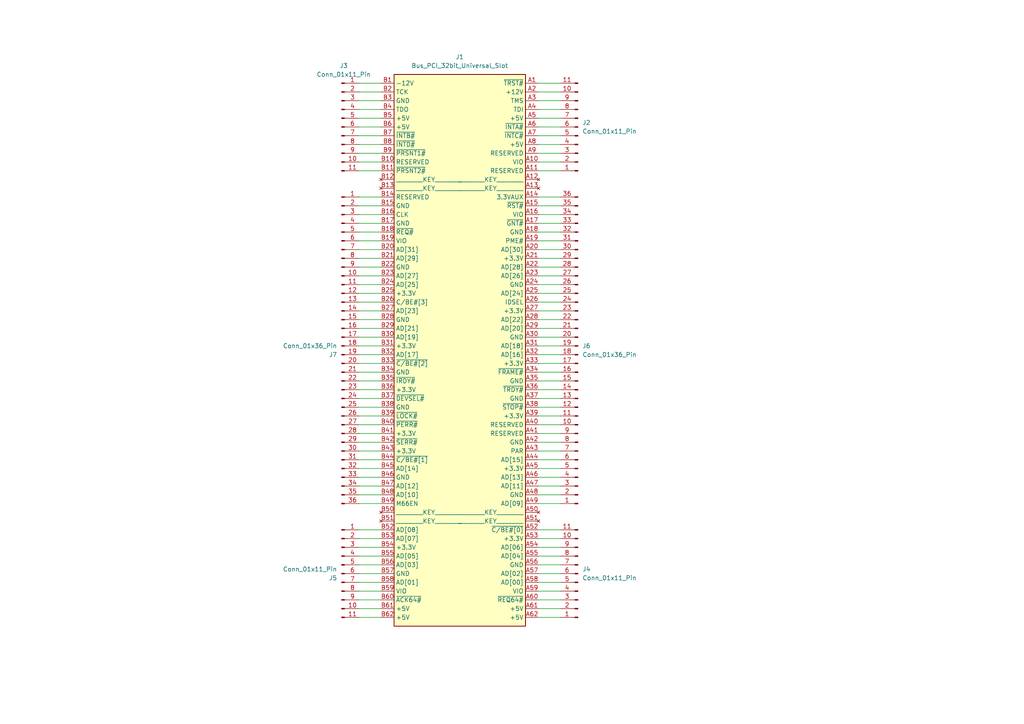
<source format=kicad_sch>
(kicad_sch (version 20250114) (generator "eeschema") (generator_version "9.0")
  (paper "A4")
  (lib_symbols
    (symbol "Connector:Bus_PCI_32bit_Universal"
      (property "Reference" "J1" (at 0 83.82 0))
      (property "Value" "Bus_PCI_32bit_Universal_Slot" (at 0 81.28 0))
      (symbol "Bus_PCI_32bit_Universal_0_1"
        (rectangle (start -19.05 78.74) (end 19.05 -81.28) (stroke (width 0.254)) (fill (type background)))
      )
      (symbol "Bus_PCI_32bit_Universal_1_1"
        (pin power_in line (at -22.86 76.2 0) (length 3.81) (name "-12V") (number "B1"))
        (pin output line (at -22.86 73.66 0) (length 3.81) (name "TCK") (number "B2"))
        (pin power_in line (at -22.86 71.12 0) (length 3.81) (name "GND") (number "B3"))
        (pin input line (at -22.86 68.58 0) (length 3.81) (name "TDO") (number "B4"))
        (pin power_in line (at -22.86 66.04 0) (length 3.81) (name "+5V") (number "B5"))
        (pin power_in line (at -22.86 63.5 0) (length 3.81) (name "+5V") (number "B6"))
        (pin input line (at -22.86 60.96 0) (length 3.81) (name "~{INTB#}") (number "B7"))
        (pin input line (at -22.86 58.42 0) (length 3.81) (name "~{INTD#}") (number "B8"))
        (pin input line (at -22.86 55.88 0) (length 3.81) (name "~{PRSNT1#}") (number "B9"))
        (pin passive line (at -22.86 53.34 0) (length 3.81) (name "RESERVED") (number "B10"))
        (pin input line (at -22.86 50.8 0) (length 3.81) (name "~{PRSNT2#}") (number "B11"))
        (pin no_connect line (at -22.86 48.26 0) (length 3.81) (name "________KEY________") (number "B12"))
        (pin no_connect line (at -22.86 45.72 0) (length 3.81) (name "________KEY________") (number "B13"))
        (pin passive line (at -22.86 43.18 0) (length 3.81) (name "RESERVED") (number "B14"))
        (pin power_in line (at -22.86 40.64 0) (length 3.81) (name "GND") (number "B15"))
        (pin output line (at -22.86 38.1 0) (length 3.81) (name "CLK") (number "B16"))
        (pin power_in line (at -22.86 35.56 0) (length 3.81) (name "GND") (number "B17"))
        (pin bidirectional line (at -22.86 33.02 0) (length 3.81) (name "~{REQ#}") (number "B18"))
        (pin power_in line (at -22.86 30.48 0) (length 3.81) (name "VIO") (number "B19"))
        (pin bidirectional line (at -22.86 27.94 0) (length 3.81) (name "AD[31]") (number "B20"))
        (pin bidirectional line (at -22.86 25.4 0) (length 3.81) (name "AD[29]") (number "B21"))
        (pin power_in line (at -22.86 22.86 0) (length 3.81) (name "GND") (number "B22"))
        (pin bidirectional line (at -22.86 20.32 0) (length 3.81) (name "AD[27]") (number "B23"))
        (pin bidirectional line (at -22.86 17.78 0) (length 3.81) (name "AD[25]") (number "B24"))
        (pin power_in line (at -22.86 15.24 0) (length 3.81) (name "+3.3V") (number "B25"))
        (pin bidirectional line (at -22.86 12.7 0) (length 3.81) (name "C/BE#[3]") (number "B26"))
        (pin bidirectional line (at -22.86 10.16 0) (length 3.81) (name "AD[23]") (number "B27"))
        (pin power_in line (at -22.86 7.62 0) (length 3.81) (name "GND") (number "B28"))
        (pin bidirectional line (at -22.86 5.08 0) (length 3.81) (name "AD[21]") (number "B29"))
        (pin bidirectional line (at -22.86 2.54 0) (length 3.81) (name "AD[19]") (number "B30"))
        (pin power_in line (at -22.86 0 0) (length 3.81) (name "+3.3V") (number "B31"))
        (pin bidirectional line (at -22.86 -2.54 0) (length 3.81) (name "AD[17]") (number "B32"))
        (pin bidirectional line (at -22.86 -5.08 0) (length 3.81) (name "~{C/BE#[2]}") (number "B33"))
        (pin power_in line (at -22.86 -7.62 0) (length 3.81) (name "GND") (number "B34"))
        (pin bidirectional line (at -22.86 -10.16 0) (length 3.81) (name "~{IRDY#}") (number "B35"))
        (pin power_in line (at -22.86 -12.7 0) (length 3.81) (name "+3.3V") (number "B36"))
        (pin bidirectional line (at -22.86 -15.24 0) (length 3.81) (name "~{DEVSEL#}") (number "B37"))
        (pin power_in line (at -22.86 -17.78 0) (length 3.81) (name "GND") (number "B38"))
        (pin bidirectional line (at -22.86 -20.32 0) (length 3.81) (name "~{LOCK#}") (number "B39"))
        (pin bidirectional line (at -22.86 -22.86 0) (length 3.81) (name "~{PERR#}") (number "B40"))
        (pin power_in line (at -22.86 -25.4 0) (length 3.81) (name "+3.3V") (number "B41"))
        (pin input line (at -22.86 -27.94 0) (length 3.81) (name "~{SERR#}") (number "B42"))
        (pin power_in line (at -22.86 -30.48 0) (length 3.81) (name "+3.3V") (number "B43"))
        (pin bidirectional line (at -22.86 -33.02 0) (length 3.81) (name "~{C/BE#[1]}") (number "B44"))
        (pin bidirectional line (at -22.86 -35.56 0) (length 3.81) (name "AD[14]") (number "B45"))
        (pin power_in line (at -22.86 -38.1 0) (length 3.81) (name "GND") (number "B46"))
        (pin bidirectional line (at -22.86 -40.64 0) (length 3.81) (name "AD[12]") (number "B47"))
        (pin bidirectional line (at -22.86 -43.18 0) (length 3.81) (name "AD[10]") (number "B48"))
        (pin power_in line (at -22.86 -45.72 0) (length 3.81) (name "M66EN") (number "B49"))
        (pin no_connect line (at -22.86 -48.26 0) (length 3.81) (name "________KEY________") (number "B50"))
        (pin no_connect line (at -22.86 -50.8 0) (length 3.81) (name "________KEY________") (number "B51"))
        (pin bidirectional line (at -22.86 -53.34 0) (length 3.81) (name "AD[08]") (number "B52"))
        (pin bidirectional line (at -22.86 -55.88 0) (length 3.81) (name "AD[07]") (number "B53"))
        (pin input line (at -22.86 -58.42 0) (length 3.81) (name "+3.3V") (number "B54"))
        (pin bidirectional line (at -22.86 -60.96 0) (length 3.81) (name "AD[05]") (number "B55"))
        (pin bidirectional line (at -22.86 -63.5 0) (length 3.81) (name "AD[03]") (number "B56"))
        (pin power_in line (at -22.86 -66.04 0) (length 3.81) (name "GND") (number "B57"))
        (pin bidirectional line (at -22.86 -68.58 0) (length 3.81) (name "AD[01]") (number "B58"))
        (pin power_in line (at -22.86 -71.12 0) (length 3.81) (name "VIO") (number "B59"))
        (pin bidirectional line (at -22.86 -73.66 0) (length 3.81) (name "~{ACK64#}") (number "B60"))
        (pin power_in line (at -22.86 -76.2 0) (length 3.81) (name "+5V") (number "B61"))
        (pin power_in line (at -22.86 -78.74 0) (length 3.81) (name "+5V") (number "B62"))
        (pin output line (at 22.86 76.2 180) (length 3.81) (name "~{TRST#}") (number "A1"))
        (pin power_in line (at 22.86 73.66 180) (length 3.81) (name "+12V") (number "A2"))
        (pin output line (at 22.86 71.12 180) (length 3.81) (name "TMS") (number "A3"))
        (pin output line (at 22.86 68.58 180) (length 3.81) (name "TDI") (number "A4"))
        (pin power_in line (at 22.86 66.04 180) (length 3.81) (name "+5V") (number "A5"))
        (pin input line (at 22.86 63.5 180) (length 3.81) (name "~{INTA#}") (number "A6"))
        (pin input line (at 22.86 60.96 180) (length 3.81) (name "~{INTC#}") (number "A7"))
        (pin power_in line (at 22.86 58.42 180) (length 3.81) (name "+5V") (number "A8"))
        (pin passive line (at 22.86 55.88 180) (length 3.81) (name "RESERVED") (number "A9"))
        (pin power_in line (at 22.86 53.34 180) (length 3.81) (name "VIO") (number "A10"))
        (pin passive line (at 22.86 50.8 180) (length 3.81) (name "RESERVED") (number "A11"))
        (pin no_connect line (at 22.86 48.26 180) (length 3.81) (name "________KEY________") (number "A12"))
        (pin no_connect line (at 22.86 45.72 180) (length 3.81) (name "________KEY________") (number "A13"))
        (pin passive line (at 22.86 43.18 180) (length 3.81) (name "3.3VAUX") (number "A14"))
        (pin output line (at 22.86 40.64 180) (length 3.81) (name "~{RST#}") (number "A15"))
        (pin power_in line (at 22.86 38.1 180) (length 3.81) (name "VIO") (number "A16"))
        (pin bidirectional line (at 22.86 35.56 180) (length 3.81) (name "~{GNT#}") (number "A17"))
        (pin power_in line (at 22.86 33.02 180) (length 3.81) (name "GND") (number "A18"))
        (pin passive line (at 22.86 30.48 180) (length 3.81) (name "PME#") (number "A19"))
        (pin bidirectional line (at 22.86 27.94 180) (length 3.81) (name "AD[30]") (number "A20"))
        (pin power_in line (at 22.86 25.4 180) (length 3.81) (name "+3.3V") (number "A21"))
        (pin bidirectional line (at 22.86 22.86 180) (length 3.81) (name "AD[28]") (number "A22"))
        (pin bidirectional line (at 22.86 20.32 180) (length 3.81) (name "AD[26]") (number "A23"))
        (pin power_in line (at 22.86 17.78 180) (length 3.81) (name "GND") (number "A24"))
        (pin bidirectional line (at 22.86 15.24 180) (length 3.81) (name "AD[24]") (number "A25"))
        (pin output line (at 22.86 12.7 180) (length 3.81) (name "IDSEL") (number "A26"))
        (pin power_in line (at 22.86 10.16 180) (length 3.81) (name "+3.3V") (number "A27"))
        (pin bidirectional line (at 22.86 7.62 180) (length 3.81) (name "AD[22]") (number "A28"))
        (pin bidirectional line (at 22.86 5.08 180) (length 3.81) (name "AD[20]") (number "A29"))
        (pin power_in line (at 22.86 2.54 180) (length 3.81) (name "GND") (number "A30"))
        (pin bidirectional line (at 22.86 0 180) (length 3.81) (name "AD[18]") (number "A31"))
        (pin bidirectional line (at 22.86 -2.54 180) (length 3.81) (name "AD[16]") (number "A32"))
        (pin power_in line (at 22.86 -5.08 180) (length 3.81) (name "+3.3V") (number "A33"))
        (pin bidirectional line (at 22.86 -7.62 180) (length 3.81) (name "~{FRAME#}") (number "A34"))
        (pin power_in line (at 22.86 -10.16 180) (length 3.81) (name "GND") (number "A35"))
        (pin bidirectional line (at 22.86 -12.7 180) (length 3.81) (name "~{TRDY#}") (number "A36"))
        (pin power_in line (at 22.86 -15.24 180) (length 3.81) (name "GND") (number "A37"))
        (pin bidirectional line (at 22.86 -17.78 180) (length 3.81) (name "~{STOP#}") (number "A38"))
        (pin power_in line (at 22.86 -20.32 180) (length 3.81) (name "+3.3V") (number "A39"))
        (pin bidirectional line (at 22.86 -22.86 180) (length 3.81) (name "RESERVED") (number "A40"))
        (pin bidirectional line (at 22.86 -25.4 180) (length 3.81) (name "RESERVED") (number "A41"))
        (pin power_in line (at 22.86 -27.94 180) (length 3.81) (name "GND") (number "A42"))
        (pin bidirectional line (at 22.86 -30.48 180) (length 3.81) (name "PAR") (number "A43"))
        (pin bidirectional line (at 22.86 -33.02 180) (length 3.81) (name "AD[15]") (number "A44"))
        (pin power_in line (at 22.86 -35.56 180) (length 3.81) (name "+3.3V") (number "A45"))
        (pin bidirectional line (at 22.86 -38.1 180) (length 3.81) (name "AD[13]") (number "A46"))
        (pin bidirectional line (at 22.86 -40.64 180) (length 3.81) (name "AD[11]") (number "A47"))
        (pin power_in line (at 22.86 -43.18 180) (length 3.81) (name "GND") (number "A48"))
        (pin bidirectional line (at 22.86 -45.72 180) (length 3.81) (name "AD[09]") (number "A49"))
        (pin no_connect line (at 22.86 -48.26 180) (length 3.81) (name "________KEY________") (number "A50"))
        (pin no_connect line (at 22.86 -50.8 180) (length 3.81) (name "________KEY________") (number "A51"))
        (pin bidirectional line (at 22.86 -53.34 180) (length 3.81) (name "~{C/BE#[0]}") (number "A52"))
        (pin power_in line (at 22.86 -55.88 180) (length 3.81) (name "+3.3V") (number "A53"))
        (pin bidirectional line (at 22.86 -58.42 180) (length 3.81) (name "AD[06]") (number "A54"))
        (pin bidirectional line (at 22.86 -60.96 180) (length 3.81) (name "AD[04]") (number "A55"))
        (pin power_in line (at 22.86 -63.5 180) (length 3.81) (name "GND") (number "A56"))
        (pin bidirectional line (at 22.86 -66.04 180) (length 3.81) (name "AD[02]") (number "A57"))
        (pin bidirectional line (at 22.86 -68.58 180) (length 3.81) (name "AD[00]") (number "A58"))
        (pin power_in line (at 22.86 -71.12 180) (length 3.81) (name "VIO") (number "A59"))
        (pin bidirectional line (at 22.86 -73.66 180) (length 3.81) (name "~{REQ64#}") (number "A60"))
        (pin power_in line (at 22.86 -76.2 180) (length 3.81) (name "+5V") (number "A61"))
        (pin power_in line (at 22.86 -78.74 180) (length 3.81) (name "+5V") (number "A62"))
      )
    )
    (symbol "Connector:Conn_01x11_Pin" (pin_names (offset 1.016) (hide yes))
      (property "Reference" "J" (at 0 15.24 0))
      (property "Value" "Conn_01x11_Pin" (at 0 -15.24 0))
      (symbol "Conn_01x11_Pin_1_1"
        (rectangle (start 0.8636 12.827) (end 0 12.573) (stroke (width 0.1524)) (fill (type outline)))
        (rectangle (start 0.8636 10.287) (end 0 10.033) (stroke (width 0.1524)) (fill (type outline)))
        (rectangle (start 0.8636 7.747) (end 0 7.493) (stroke (width 0.1524)) (fill (type outline)))
        (rectangle (start 0.8636 5.207) (end 0 4.953) (stroke (width 0.1524)) (fill (type outline)))
        (rectangle (start 0.8636 2.667) (end 0 2.413) (stroke (width 0.1524)) (fill (type outline)))
        (rectangle (start 0.8636 0.127) (end 0 -0.127) (stroke (width 0.1524)) (fill (type outline)))
        (rectangle (start 0.8636 -2.413) (end 0 -2.667) (stroke (width 0.1524)) (fill (type outline)))
        (rectangle (start 0.8636 -4.953) (end 0 -5.207) (stroke (width 0.1524)) (fill (type outline)))
        (rectangle (start 0.8636 -7.493) (end 0 -7.747) (stroke (width 0.1524)) (fill (type outline)))
        (rectangle (start 0.8636 -10.033) (end 0 -10.287) (stroke (width 0.1524)) (fill (type outline)))
        (rectangle (start 0.8636 -12.573) (end 0 -12.827) (stroke (width 0.1524)) (fill (type outline)))
        (polyline (pts (xy 1.27 12.7) (xy 0.8636 12.7)) (stroke (width 0.1524)))
        (polyline (pts (xy 1.27 10.16) (xy 0.8636 10.16)) (stroke (width 0.1524)))
        (polyline (pts (xy 1.27 7.62) (xy 0.8636 7.62)) (stroke (width 0.1524)))
        (polyline (pts (xy 1.27 5.08) (xy 0.8636 5.08)) (stroke (width 0.1524)))
        (polyline (pts (xy 1.27 2.54) (xy 0.8636 2.54)) (stroke (width 0.1524)))
        (polyline (pts (xy 1.27 0) (xy 0.8636 0)) (stroke (width 0.1524)))
        (polyline (pts (xy 1.27 -2.54) (xy 0.8636 -2.54)) (stroke (width 0.1524)))
        (polyline (pts (xy 1.27 -5.08) (xy 0.8636 -5.08)) (stroke (width 0.1524)))
        (polyline (pts (xy 1.27 -7.62) (xy 0.8636 -7.62)) (stroke (width 0.1524)))
        (polyline (pts (xy 1.27 -10.16) (xy 0.8636 -10.16)) (stroke (width 0.1524)))
        (polyline (pts (xy 1.27 -12.7) (xy 0.8636 -12.7)) (stroke (width 0.1524)))
        (pin passive line (at 5.08 12.7 180) (length 3.81) (name "Pin_1") (number "1"))
        (pin passive line (at 5.08 10.16 180) (length 3.81) (name "Pin_2") (number "2"))
        (pin passive line (at 5.08 7.62 180) (length 3.81) (name "Pin_3") (number "3"))
        (pin passive line (at 5.08 5.08 180) (length 3.81) (name "Pin_4") (number "4"))
        (pin passive line (at 5.08 2.54 180) (length 3.81) (name "Pin_5") (number "5"))
        (pin passive line (at 5.08 0 180) (length 3.81) (name "Pin_6") (number "6"))
        (pin passive line (at 5.08 -2.54 180) (length 3.81) (name "Pin_7") (number "7"))
        (pin passive line (at 5.08 -5.08 180) (length 3.81) (name "Pin_8") (number "8"))
        (pin passive line (at 5.08 -7.62 180) (length 3.81) (name "Pin_9") (number "9"))
        (pin passive line (at 5.08 -10.16 180) (length 3.81) (name "Pin_10") (number "10"))
        (pin passive line (at 5.08 -12.7 180) (length 3.81) (name "Pin_11") (number "11"))
      )
    )
    (symbol "Connector:Conn_01x36_Pin" (pin_names (offset 1.016) (hide yes))
      (property "Reference" "J" (at 0 45.72 0))
      (property "Value" "Conn_01x36_Pin" (at 0 -48.26 0))
      (symbol "Conn_01x36_Pin_1_1"
        (rectangle (start 0.8636 43.307) (end 0 43.053) (stroke (width 0.1524)) (fill (type outline)))
        (rectangle (start 0.8636 40.767) (end 0 40.513) (stroke (width 0.1524)) (fill (type outline)))
        (rectangle (start 0.8636 38.227) (end 0 37.973) (stroke (width 0.1524)) (fill (type outline)))
        (rectangle (start 0.8636 35.687) (end 0 35.433) (stroke (width 0.1524)) (fill (type outline)))
        (rectangle (start 0.8636 33.147) (end 0 32.893) (stroke (width 0.1524)) (fill (type outline)))
        (rectangle (start 0.8636 30.607) (end 0 30.353) (stroke (width 0.1524)) (fill (type outline)))
        (rectangle (start 0.8636 28.067) (end 0 27.813) (stroke (width 0.1524)) (fill (type outline)))
        (rectangle (start 0.8636 25.527) (end 0 25.273) (stroke (width 0.1524)) (fill (type outline)))
        (rectangle (start 0.8636 22.987) (end 0 22.733) (stroke (width 0.1524)) (fill (type outline)))
        (rectangle (start 0.8636 20.447) (end 0 20.193) (stroke (width 0.1524)) (fill (type outline)))
        (rectangle (start 0.8636 17.907) (end 0 17.653) (stroke (width 0.1524)) (fill (type outline)))
        (rectangle (start 0.8636 15.367) (end 0 15.113) (stroke (width 0.1524)) (fill (type outline)))
        (rectangle (start 0.8636 12.827) (end 0 12.573) (stroke (width 0.1524)) (fill (type outline)))
        (rectangle (start 0.8636 10.287) (end 0 10.033) (stroke (width 0.1524)) (fill (type outline)))
        (rectangle (start 0.8636 7.747) (end 0 7.493) (stroke (width 0.1524)) (fill (type outline)))
        (rectangle (start 0.8636 5.207) (end 0 4.953) (stroke (width 0.1524)) (fill (type outline)))
        (rectangle (start 0.8636 2.667) (end 0 2.413) (stroke (width 0.1524)) (fill (type outline)))
        (rectangle (start 0.8636 0.127) (end 0 -0.127) (stroke (width 0.1524)) (fill (type outline)))
        (rectangle (start 0.8636 -2.413) (end 0 -2.667) (stroke (width 0.1524)) (fill (type outline)))
        (rectangle (start 0.8636 -4.953) (end 0 -5.207) (stroke (width 0.1524)) (fill (type outline)))
        (rectangle (start 0.8636 -7.493) (end 0 -7.747) (stroke (width 0.1524)) (fill (type outline)))
        (rectangle (start 0.8636 -10.033) (end 0 -10.287) (stroke (width 0.1524)) (fill (type outline)))
        (rectangle (start 0.8636 -12.573) (end 0 -12.827) (stroke (width 0.1524)) (fill (type outline)))
        (rectangle (start 0.8636 -15.113) (end 0 -15.367) (stroke (width 0.1524)) (fill (type outline)))
        (rectangle (start 0.8636 -17.653) (end 0 -17.907) (stroke (width 0.1524)) (fill (type outline)))
        (rectangle (start 0.8636 -20.193) (end 0 -20.447) (stroke (width 0.1524)) (fill (type outline)))
        (rectangle (start 0.8636 -22.733) (end 0 -22.987) (stroke (width 0.1524)) (fill (type outline)))
        (rectangle (start 0.8636 -25.273) (end 0 -25.527) (stroke (width 0.1524)) (fill (type outline)))
        (rectangle (start 0.8636 -27.813) (end 0 -28.067) (stroke (width 0.1524)) (fill (type outline)))
        (rectangle (start 0.8636 -30.353) (end 0 -30.607) (stroke (width 0.1524)) (fill (type outline)))
        (rectangle (start 0.8636 -32.893) (end 0 -33.147) (stroke (width 0.1524)) (fill (type outline)))
        (rectangle (start 0.8636 -35.433) (end 0 -35.687) (stroke (width 0.1524)) (fill (type outline)))
        (rectangle (start 0.8636 -37.973) (end 0 -38.227) (stroke (width 0.1524)) (fill (type outline)))
        (rectangle (start 0.8636 -40.513) (end 0 -40.767) (stroke (width 0.1524)) (fill (type outline)))
        (rectangle (start 0.8636 -43.053) (end 0 -43.307) (stroke (width 0.1524)) (fill (type outline)))
        (rectangle (start 0.8636 -45.593) (end 0 -45.847) (stroke (width 0.1524)) (fill (type outline)))
        (polyline (pts (xy 1.27 43.18) (xy 0.8636 43.18)) (stroke (width 0.1524)))
        (polyline (pts (xy 1.27 40.64) (xy 0.8636 40.64)) (stroke (width 0.1524)))
        (polyline (pts (xy 1.27 38.1) (xy 0.8636 38.1)) (stroke (width 0.1524)))
        (polyline (pts (xy 1.27 35.56) (xy 0.8636 35.56)) (stroke (width 0.1524)))
        (polyline (pts (xy 1.27 33.02) (xy 0.8636 33.02)) (stroke (width 0.1524)))
        (polyline (pts (xy 1.27 30.48) (xy 0.8636 30.48)) (stroke (width 0.1524)))
        (polyline (pts (xy 1.27 27.94) (xy 0.8636 27.94)) (stroke (width 0.1524)))
        (polyline (pts (xy 1.27 25.4) (xy 0.8636 25.4)) (stroke (width 0.1524)))
        (polyline (pts (xy 1.27 22.86) (xy 0.8636 22.86)) (stroke (width 0.1524)))
        (polyline (pts (xy 1.27 20.32) (xy 0.8636 20.32)) (stroke (width 0.1524)))
        (polyline (pts (xy 1.27 17.78) (xy 0.8636 17.78)) (stroke (width 0.1524)))
        (polyline (pts (xy 1.27 15.24) (xy 0.8636 15.24)) (stroke (width 0.1524)))
        (polyline (pts (xy 1.27 12.7) (xy 0.8636 12.7)) (stroke (width 0.1524)))
        (polyline (pts (xy 1.27 10.16) (xy 0.8636 10.16)) (stroke (width 0.1524)))
        (polyline (pts (xy 1.27 7.62) (xy 0.8636 7.62)) (stroke (width 0.1524)))
        (polyline (pts (xy 1.27 5.08) (xy 0.8636 5.08)) (stroke (width 0.1524)))
        (polyline (pts (xy 1.27 2.54) (xy 0.8636 2.54)) (stroke (width 0.1524)))
        (polyline (pts (xy 1.27 0) (xy 0.8636 0)) (stroke (width 0.1524)))
        (polyline (pts (xy 1.27 -2.54) (xy 0.8636 -2.54)) (stroke (width 0.1524)))
        (polyline (pts (xy 1.27 -5.08) (xy 0.8636 -5.08)) (stroke (width 0.1524)))
        (polyline (pts (xy 1.27 -7.62) (xy 0.8636 -7.62)) (stroke (width 0.1524)))
        (polyline (pts (xy 1.27 -10.16) (xy 0.8636 -10.16)) (stroke (width 0.1524)))
        (polyline (pts (xy 1.27 -12.7) (xy 0.8636 -12.7)) (stroke (width 0.1524)))
        (polyline (pts (xy 1.27 -15.24) (xy 0.8636 -15.24)) (stroke (width 0.1524)))
        (polyline (pts (xy 1.27 -17.78) (xy 0.8636 -17.78)) (stroke (width 0.1524)))
        (polyline (pts (xy 1.27 -20.32) (xy 0.8636 -20.32)) (stroke (width 0.1524)))
        (polyline (pts (xy 1.27 -22.86) (xy 0.8636 -22.86)) (stroke (width 0.1524)))
        (polyline (pts (xy 1.27 -25.4) (xy 0.8636 -25.4)) (stroke (width 0.1524)))
        (polyline (pts (xy 1.27 -27.94) (xy 0.8636 -27.94)) (stroke (width 0.1524)))
        (polyline (pts (xy 1.27 -30.48) (xy 0.8636 -30.48)) (stroke (width 0.1524)))
        (polyline (pts (xy 1.27 -33.02) (xy 0.8636 -33.02)) (stroke (width 0.1524)))
        (polyline (pts (xy 1.27 -35.56) (xy 0.8636 -35.56)) (stroke (width 0.1524)))
        (polyline (pts (xy 1.27 -38.1) (xy 0.8636 -38.1)) (stroke (width 0.1524)))
        (polyline (pts (xy 1.27 -40.64) (xy 0.8636 -40.64)) (stroke (width 0.1524)))
        (polyline (pts (xy 1.27 -43.18) (xy 0.8636 -43.18)) (stroke (width 0.1524)))
        (polyline (pts (xy 1.27 -45.72) (xy 0.8636 -45.72)) (stroke (width 0.1524)))
        (pin passive line (at 5.08 43.18 180) (length 3.81) (name "Pin_1") (number "1"))
        (pin passive line (at 5.08 40.64 180) (length 3.81) (name "Pin_2") (number "2"))
        (pin passive line (at 5.08 38.1 180) (length 3.81) (name "Pin_3") (number "3"))
        (pin passive line (at 5.08 35.56 180) (length 3.81) (name "Pin_4") (number "4"))
        (pin passive line (at 5.08 33.02 180) (length 3.81) (name "Pin_5") (number "5"))
        (pin passive line (at 5.08 30.48 180) (length 3.81) (name "Pin_6") (number "6"))
        (pin passive line (at 5.08 27.94 180) (length 3.81) (name "Pin_7") (number "7"))
        (pin passive line (at 5.08 25.4 180) (length 3.81) (name "Pin_8") (number "8"))
        (pin passive line (at 5.08 22.86 180) (length 3.81) (name "Pin_9") (number "9"))
        (pin passive line (at 5.08 20.32 180) (length 3.81) (name "Pin_10") (number "10"))
        (pin passive line (at 5.08 17.78 180) (length 3.81) (name "Pin_11") (number "11"))
        (pin passive line (at 5.08 15.24 180) (length 3.81) (name "Pin_12") (number "12"))
        (pin passive line (at 5.08 12.7 180) (length 3.81) (name "Pin_13") (number "13"))
        (pin passive line (at 5.08 10.16 180) (length 3.81) (name "Pin_14") (number "14"))
        (pin passive line (at 5.08 7.62 180) (length 3.81) (name "Pin_15") (number "15"))
        (pin passive line (at 5.08 5.08 180) (length 3.81) (name "Pin_16") (number "16"))
        (pin passive line (at 5.08 2.54 180) (length 3.81) (name "Pin_17") (number "17"))
        (pin passive line (at 5.08 0 180) (length 3.81) (name "Pin_18") (number "18"))
        (pin passive line (at 5.08 -2.54 180) (length 3.81) (name "Pin_19") (number "19"))
        (pin passive line (at 5.08 -5.08 180) (length 3.81) (name "Pin_20") (number "20"))
        (pin passive line (at 5.08 -7.62 180) (length 3.81) (name "Pin_21") (number "21"))
        (pin passive line (at 5.08 -10.16 180) (length 3.81) (name "Pin_22") (number "22"))
        (pin passive line (at 5.08 -12.7 180) (length 3.81) (name "Pin_23") (number "23"))
        (pin passive line (at 5.08 -15.24 180) (length 3.81) (name "Pin_24") (number "24"))
        (pin passive line (at 5.08 -17.78 180) (length 3.81) (name "Pin_25") (number "25"))
        (pin passive line (at 5.08 -20.32 180) (length 3.81) (name "Pin_26") (number "26"))
        (pin passive line (at 5.08 -22.86 180) (length 3.81) (name "Pin_27") (number "27"))
        (pin passive line (at 5.08 -25.4 180) (length 3.81) (name "Pin_28") (number "28"))
        (pin passive line (at 5.08 -27.94 180) (length 3.81) (name "Pin_29") (number "29"))
        (pin passive line (at 5.08 -30.48 180) (length 3.81) (name "Pin_30") (number "30"))
        (pin passive line (at 5.08 -33.02 180) (length 3.81) (name "Pin_31") (number "31"))
        (pin passive line (at 5.08 -35.56 180) (length 3.81) (name "Pin_32") (number "32"))
        (pin passive line (at 5.08 -38.1 180) (length 3.81) (name "Pin_33") (number "33"))
        (pin passive line (at 5.08 -40.64 180) (length 3.81) (name "Pin_34") (number "34"))
        (pin passive line (at 5.08 -43.18 180) (length 3.81) (name "Pin_35") (number "35"))
        (pin passive line (at 5.08 -45.72 180) (length 3.81) (name "Pin_36") (number "36"))
      )
    )
  )
  (wire (pts (xy 104.14 163.83) (xy 110.49 163.83)))
  (wire (pts (xy 104.14 90.17) (xy 110.49 90.17)))
  (wire (pts (xy 162.56 105.41) (xy 156.21 105.41)))
  (wire (pts (xy 162.56 113.03) (xy 156.21 113.03)))
  (wire (pts (xy 162.56 110.49) (xy 156.21 110.49)))
  (wire (pts (xy 162.56 173.99) (xy 156.21 173.99)))
  (wire (pts (xy 104.14 130.81) (xy 110.49 130.81)))
  (wire (pts (xy 104.14 105.41) (xy 110.49 105.41)))
  (wire (pts (xy 104.14 138.43) (xy 110.49 138.43)))
  (wire (pts (xy 162.56 156.21) (xy 156.21 156.21)))
  (wire (pts (xy 162.56 166.37) (xy 156.21 166.37)))
  (wire (pts (xy 162.56 46.99) (xy 156.21 46.99)))
  (wire (pts (xy 104.14 166.37) (xy 110.49 166.37)))
  (wire (pts (xy 104.14 179.07) (xy 110.49 179.07)))
  (wire (pts (xy 104.14 46.99) (xy 110.49 46.99)))
  (wire (pts (xy 162.56 102.87) (xy 156.21 102.87)))
  (wire (pts (xy 104.14 24.13) (xy 110.49 24.13)))
  (wire (pts (xy 162.56 163.83) (xy 156.21 163.83)))
  (wire (pts (xy 162.56 143.51) (xy 156.21 143.51)))
  (wire (pts (xy 104.14 97.79) (xy 110.49 97.79)))
  (wire (pts (xy 162.56 97.79) (xy 156.21 97.79)))
  (wire (pts (xy 104.14 171.45) (xy 110.49 171.45)))
  (wire (pts (xy 162.56 176.53) (xy 156.21 176.53)))
  (wire (pts (xy 162.56 168.91) (xy 156.21 168.91)))
  (wire (pts (xy 162.56 138.43) (xy 156.21 138.43)))
  (wire (pts (xy 162.56 62.23) (xy 156.21 62.23)))
  (wire (pts (xy 104.14 31.75) (xy 110.49 31.75)))
  (wire (pts (xy 104.14 87.63) (xy 110.49 87.63)))
  (wire (pts (xy 104.14 74.93) (xy 110.49 74.93)))
  (wire (pts (xy 162.56 158.75) (xy 156.21 158.75)))
  (wire (pts (xy 104.14 34.29) (xy 110.49 34.29)))
  (wire (pts (xy 162.56 36.83) (xy 156.21 36.83)))
  (wire (pts (xy 104.14 39.37) (xy 110.49 39.37)))
  (wire (pts (xy 104.14 100.33) (xy 110.49 100.33)))
  (wire (pts (xy 104.14 57.15) (xy 110.49 57.15)))
  (wire (pts (xy 104.14 110.49) (xy 110.49 110.49)))
  (wire (pts (xy 162.56 31.75) (xy 156.21 31.75)))
  (wire (pts (xy 104.14 120.65) (xy 110.49 120.65)))
  (wire (pts (xy 104.14 125.73) (xy 110.49 125.73)))
  (wire (pts (xy 162.56 179.07) (xy 156.21 179.07)))
  (wire (pts (xy 104.14 128.27) (xy 110.49 128.27)))
  (wire (pts (xy 104.14 67.31) (xy 110.49 67.31)))
  (wire (pts (xy 104.14 133.35) (xy 110.49 133.35)))
  (wire (pts (xy 162.56 87.63) (xy 156.21 87.63)))
  (wire (pts (xy 162.56 125.73) (xy 156.21 125.73)))
  (wire (pts (xy 104.14 146.05) (xy 110.49 146.05)))
  (wire (pts (xy 162.56 123.19) (xy 156.21 123.19)))
  (wire (pts (xy 104.14 173.99) (xy 110.49 173.99)))
  (wire (pts (xy 104.14 64.77) (xy 110.49 64.77)))
  (wire (pts (xy 104.14 29.21) (xy 110.49 29.21)))
  (wire (pts (xy 104.14 123.19) (xy 110.49 123.19)))
  (wire (pts (xy 162.56 135.89) (xy 156.21 135.89)))
  (wire (pts (xy 104.14 95.25) (xy 110.49 95.25)))
  (wire (pts (xy 104.14 113.03) (xy 110.49 113.03)))
  (wire (pts (xy 162.56 80.01) (xy 156.21 80.01)))
  (wire (pts (xy 162.56 161.29) (xy 156.21 161.29)))
  (wire (pts (xy 104.14 115.57) (xy 110.49 115.57)))
  (wire (pts (xy 104.14 85.09) (xy 110.49 85.09)))
  (wire (pts (xy 104.14 168.91) (xy 110.49 168.91)))
  (wire (pts (xy 104.14 161.29) (xy 110.49 161.29)))
  (wire (pts (xy 162.56 57.15) (xy 156.21 57.15)))
  (wire (pts (xy 162.56 29.21) (xy 156.21 29.21)))
  (wire (pts (xy 162.56 44.45) (xy 156.21 44.45)))
  (wire (pts (xy 104.14 118.11) (xy 110.49 118.11)))
  (wire (pts (xy 104.14 41.91) (xy 110.49 41.91)))
  (wire (pts (xy 162.56 77.47) (xy 156.21 77.47)))
  (wire (pts (xy 104.14 80.01) (xy 110.49 80.01)))
  (wire (pts (xy 162.56 67.31) (xy 156.21 67.31)))
  (wire (pts (xy 104.14 92.71) (xy 110.49 92.71)))
  (wire (pts (xy 162.56 107.95) (xy 156.21 107.95)))
  (wire (pts (xy 162.56 118.11) (xy 156.21 118.11)))
  (wire (pts (xy 104.14 135.89) (xy 110.49 135.89)))
  (wire (pts (xy 162.56 90.17) (xy 156.21 90.17)))
  (wire (pts (xy 104.14 102.87) (xy 110.49 102.87)))
  (wire (pts (xy 162.56 95.25) (xy 156.21 95.25)))
  (wire (pts (xy 104.14 59.69) (xy 110.49 59.69)))
  (wire (pts (xy 104.14 69.85) (xy 110.49 69.85)))
  (wire (pts (xy 104.14 44.45) (xy 110.49 44.45)))
  (wire (pts (xy 162.56 128.27) (xy 156.21 128.27)))
  (wire (pts (xy 162.56 26.67) (xy 156.21 26.67)))
  (wire (pts (xy 104.14 107.95) (xy 110.49 107.95)))
  (wire (pts (xy 162.56 171.45) (xy 156.21 171.45)))
  (wire (pts (xy 162.56 115.57) (xy 156.21 115.57)))
  (wire (pts (xy 162.56 133.35) (xy 156.21 133.35)))
  (wire (pts (xy 162.56 41.91) (xy 156.21 41.91)))
  (wire (pts (xy 162.56 92.71) (xy 156.21 92.71)))
  (wire (pts (xy 162.56 59.69) (xy 156.21 59.69)))
  (wire (pts (xy 162.56 64.77) (xy 156.21 64.77)))
  (wire (pts (xy 162.56 24.13) (xy 156.21 24.13)))
  (wire (pts (xy 104.14 176.53) (xy 110.49 176.53)))
  (wire (pts (xy 104.14 140.97) (xy 110.49 140.97)))
  (wire (pts (xy 162.56 39.37) (xy 156.21 39.37)))
  (wire (pts (xy 162.56 85.09) (xy 156.21 85.09)))
  (wire (pts (xy 104.14 77.47) (xy 110.49 77.47)))
  (wire (pts (xy 104.14 36.83) (xy 110.49 36.83)))
  (wire (pts (xy 162.56 72.39) (xy 156.21 72.39)))
  (wire (pts (xy 104.14 143.51) (xy 110.49 143.51)))
  (wire (pts (xy 162.56 120.65) (xy 156.21 120.65)))
  (wire (pts (xy 104.14 49.53) (xy 110.49 49.53)))
  (wire (pts (xy 104.14 62.23) (xy 110.49 62.23)))
  (wire (pts (xy 162.56 34.29) (xy 156.21 34.29)))
  (wire (pts (xy 162.56 140.97) (xy 156.21 140.97)))
  (wire (pts (xy 104.14 72.39) (xy 110.49 72.39)))
  (wire (pts (xy 162.56 69.85) (xy 156.21 69.85)))
  (wire (pts (xy 162.56 49.53) (xy 156.21 49.53)))
  (wire (pts (xy 104.14 82.55) (xy 110.49 82.55)))
  (wire (pts (xy 162.56 146.05) (xy 156.21 146.05)))
  (wire (pts (xy 104.14 26.67) (xy 110.49 26.67)))
  (wire (pts (xy 104.14 156.21) (xy 110.49 156.21)))
  (wire (pts (xy 162.56 153.67) (xy 156.21 153.67)))
  (wire (pts (xy 162.56 100.33) (xy 156.21 100.33)))
  (wire (pts (xy 162.56 130.81) (xy 156.21 130.81)))
  (wire (pts (xy 104.14 158.75) (xy 110.49 158.75)))
  (wire (pts (xy 162.56 82.55) (xy 156.21 82.55)))
  (wire (pts (xy 104.14 153.67) (xy 110.49 153.67)))
  (wire (pts (xy 162.56 74.93) (xy 156.21 74.93)))
  (symbol (lib_id "Connector:Conn_01x36_Pin") (at 99.06 100.33 0) (unit 1)
    (property "Reference" "J7" (at 97.79 102.8701 0) (effects (justify right)))
    (property "Value" "Conn_01x36_Pin" (at 97.79 100.3301 0) (effects (justify right)))
    (property "Footprint" "Connector_PinHeader_2.54mm:PinHeader_1x36_P2.54mm_Vertical" (effects (hide yes)))
    (property "Description" "Generic connector, single row, 01x36, script generated" (effects (hide yes)))
  )
  (symbol (lib_id "Connector:Bus_PCI_32bit_Universal") (at 133.35 100.33 0) (unit 1)
    (property "Reference" "J1" (at 133.35 16.51 0))
    (property "Value" "Bus_PCI_32bit_Universal_Slot" (at 133.35 19.05 0))
    (property "Footprint" "PCI_Slot:51451541" (effects (hide yes)))
    (property "Datasheet" "http://pinouts.ru/Slots/PCI_pinout.shtml" (effects (hide yes)))
    (property "Description" "PCI bus connector for universal 5V/3.3V cards" (effects (hide yes)))
  )
  (symbol (lib_id "Connector:Conn_01x36_Pin") (at 167.64 102.87 180) (unit 1)
    (property "Reference" "J6" (at 168.91 100.3299 0) (effects (justify right)))
    (property "Value" "Conn_01x36_Pin" (at 168.91 102.8699 0) (effects (justify right)))
    (property "Footprint" "Connector_PinHeader_2.54mm:PinHeader_1x36_P2.54mm_Vertical" (effects (hide yes)))
    (property "Description" "Generic connector, single row, 01x36, script generated" (effects (hide yes)))
  )
  (symbol (lib_id "Connector:Conn_01x11_Pin") (at 99.06 36.83 0) (unit 1)
    (property "Reference" "J3" (at 99.695 19.05 0))
    (property "Value" "Conn_01x11_Pin" (at 99.695 21.59 0))
    (property "Footprint" "Connector_PinHeader_2.54mm:PinHeader_1x11_P2.54mm_Vertical" (effects (hide yes)))
    (property "Description" "Generic connector, single row, 01x11, script generated" (effects (hide yes)))
  )
  (symbol (lib_id "Connector:Conn_01x11_Pin") (at 167.64 166.37 180) (unit 1)
    (property "Reference" "J4" (at 168.91 165.0999 0) (effects (justify right)))
    (property "Value" "Conn_01x11_Pin" (at 168.91 167.6399 0) (effects (justify right)))
    (property "Footprint" "Connector_PinHeader_2.54mm:PinHeader_1x11_P2.54mm_Vertical" (effects (hide yes)))
    (property "Description" "Generic connector, single row, 01x11, script generated" (effects (hide yes)))
  )
  (symbol (lib_id "Connector:Conn_01x11_Pin") (at 99.06 166.37 0) (unit 1)
    (property "Reference" "J5" (at 97.79 167.6401 0) (effects (justify right)))
    (property "Value" "Conn_01x11_Pin" (at 97.79 165.1001 0) (effects (justify right)))
    (property "Footprint" "Connector_PinHeader_2.54mm:PinHeader_1x11_P2.54mm_Vertical" (effects (hide yes)))
    (property "Description" "Generic connector, single row, 01x11, script generated" (effects (hide yes)))
  )
  (symbol (lib_id "Connector:Conn_01x11_Pin") (at 167.64 36.83 180) (unit 1)
    (property "Reference" "J2" (at 168.91 35.5599 0) (effects (justify right)))
    (property "Value" "Conn_01x11_Pin" (at 168.91 38.0999 0) (effects (justify right)))
    (property "Footprint" "Connector_PinHeader_2.54mm:PinHeader_1x11_P2.54mm_Vertical" (effects (hide yes)))
    (property "Description" "Generic connector, single row, 01x11, script generated" (effects (hide yes)))
  )
)
</source>
